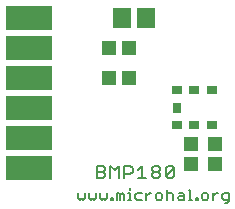
<source format=gts>
G75*
%MOIN*%
%OFA0B0*%
%FSLAX25Y25*%
%IPPOS*%
%LPD*%
%AMOC8*
5,1,8,0,0,1.08239X$1,22.5*
%
%ADD10C,0.00600*%
%ADD11C,0.00800*%
%ADD12R,0.05052X0.04934*%
%ADD13R,0.05918X0.07099*%
%ADD14R,0.15800X0.08400*%
%ADD15R,0.03556X0.03162*%
%ADD16R,0.03162X0.03556*%
%ADD17R,0.04737X0.05131*%
D10*
X0036800Y0013683D02*
X0037367Y0013116D01*
X0037934Y0013683D01*
X0038501Y0013116D01*
X0039069Y0013683D01*
X0039069Y0015384D01*
X0040483Y0015384D02*
X0040483Y0013683D01*
X0041050Y0013116D01*
X0041617Y0013683D01*
X0042185Y0013116D01*
X0042752Y0013683D01*
X0042752Y0015384D01*
X0044166Y0015384D02*
X0044166Y0013683D01*
X0044733Y0013116D01*
X0045301Y0013683D01*
X0045868Y0013116D01*
X0046435Y0013683D01*
X0046435Y0015384D01*
X0047849Y0013683D02*
X0048417Y0013683D01*
X0048417Y0013116D01*
X0047849Y0013116D01*
X0047849Y0013683D01*
X0049691Y0013116D02*
X0049691Y0015384D01*
X0050258Y0015384D01*
X0050825Y0014817D01*
X0051392Y0015384D01*
X0051960Y0014817D01*
X0051960Y0013116D01*
X0050825Y0013116D02*
X0050825Y0014817D01*
X0053374Y0015384D02*
X0053941Y0015384D01*
X0053941Y0013116D01*
X0053374Y0013116D02*
X0054508Y0013116D01*
X0055830Y0013683D02*
X0056397Y0013116D01*
X0058098Y0013116D01*
X0059513Y0013116D02*
X0059513Y0015384D01*
X0059513Y0014250D02*
X0060647Y0015384D01*
X0061214Y0015384D01*
X0062582Y0014817D02*
X0062582Y0013683D01*
X0063149Y0013116D01*
X0064283Y0013116D01*
X0064851Y0013683D01*
X0064851Y0014817D01*
X0064283Y0015384D01*
X0063149Y0015384D01*
X0062582Y0014817D01*
X0066265Y0014817D02*
X0066832Y0015384D01*
X0067967Y0015384D01*
X0068534Y0014817D01*
X0068534Y0013116D01*
X0069948Y0013683D02*
X0070515Y0014250D01*
X0072217Y0014250D01*
X0072217Y0014817D02*
X0072217Y0013116D01*
X0070515Y0013116D01*
X0069948Y0013683D01*
X0070515Y0015384D02*
X0071650Y0015384D01*
X0072217Y0014817D01*
X0073631Y0013116D02*
X0074766Y0013116D01*
X0074199Y0013116D02*
X0074199Y0016519D01*
X0073631Y0016519D01*
X0076087Y0013683D02*
X0076654Y0013683D01*
X0076654Y0013116D01*
X0076087Y0013116D01*
X0076087Y0013683D01*
X0077928Y0013683D02*
X0077928Y0014817D01*
X0078496Y0015384D01*
X0079630Y0015384D01*
X0080197Y0014817D01*
X0080197Y0013683D01*
X0079630Y0013116D01*
X0078496Y0013116D01*
X0077928Y0013683D01*
X0081612Y0014250D02*
X0082746Y0015384D01*
X0083313Y0015384D01*
X0084681Y0014817D02*
X0084681Y0013683D01*
X0085248Y0013116D01*
X0086949Y0013116D01*
X0086949Y0012549D02*
X0086949Y0015384D01*
X0085248Y0015384D01*
X0084681Y0014817D01*
X0081612Y0015384D02*
X0081612Y0013116D01*
X0085815Y0011982D02*
X0086382Y0011982D01*
X0086949Y0012549D01*
X0066265Y0013116D02*
X0066265Y0016519D01*
X0058098Y0015384D02*
X0056397Y0015384D01*
X0055830Y0014817D01*
X0055830Y0013683D01*
X0053941Y0016519D02*
X0053941Y0017086D01*
X0036800Y0015384D02*
X0036800Y0013683D01*
D11*
X0042900Y0020216D02*
X0045002Y0020216D01*
X0045702Y0020916D01*
X0045702Y0021617D01*
X0045002Y0022318D01*
X0042900Y0022318D01*
X0042900Y0024419D02*
X0042900Y0020216D01*
X0045002Y0022318D02*
X0045702Y0023018D01*
X0045702Y0023719D01*
X0045002Y0024419D01*
X0042900Y0024419D01*
X0047504Y0024419D02*
X0047504Y0020216D01*
X0050306Y0020216D02*
X0050306Y0024419D01*
X0048905Y0023018D01*
X0047504Y0024419D01*
X0052108Y0024419D02*
X0052108Y0020216D01*
X0052108Y0021617D02*
X0054210Y0021617D01*
X0054910Y0022318D01*
X0054910Y0023719D01*
X0054210Y0024419D01*
X0052108Y0024419D01*
X0056712Y0023018D02*
X0058113Y0024419D01*
X0058113Y0020216D01*
X0056712Y0020216D02*
X0059514Y0020216D01*
X0061316Y0020916D02*
X0061316Y0021617D01*
X0062016Y0022318D01*
X0063417Y0022318D01*
X0064118Y0021617D01*
X0064118Y0020916D01*
X0063417Y0020216D01*
X0062016Y0020216D01*
X0061316Y0020916D01*
X0062016Y0022318D02*
X0061316Y0023018D01*
X0061316Y0023719D01*
X0062016Y0024419D01*
X0063417Y0024419D01*
X0064118Y0023719D01*
X0064118Y0023018D01*
X0063417Y0022318D01*
X0065920Y0020916D02*
X0065920Y0023719D01*
X0066620Y0024419D01*
X0068021Y0024419D01*
X0068722Y0023719D01*
X0065920Y0020916D01*
X0066620Y0020216D01*
X0068021Y0020216D01*
X0068722Y0020916D01*
X0068722Y0023719D01*
D12*
X0074500Y0024871D03*
X0074500Y0031761D03*
X0082500Y0031761D03*
X0082500Y0024871D03*
D13*
X0059437Y0073816D03*
X0051563Y0073816D03*
D14*
X0020500Y0023816D03*
X0020500Y0033816D03*
X0020500Y0043816D03*
X0020500Y0053816D03*
X0020500Y0063816D03*
X0020500Y0073816D03*
D15*
X0069594Y0049524D03*
X0075500Y0049524D03*
X0081406Y0049524D03*
X0081406Y0038107D03*
X0075500Y0038107D03*
X0069594Y0038107D03*
D16*
X0069594Y0043816D03*
D17*
X0053846Y0053816D03*
X0047154Y0053816D03*
X0047154Y0063816D03*
X0053846Y0063816D03*
M02*

</source>
